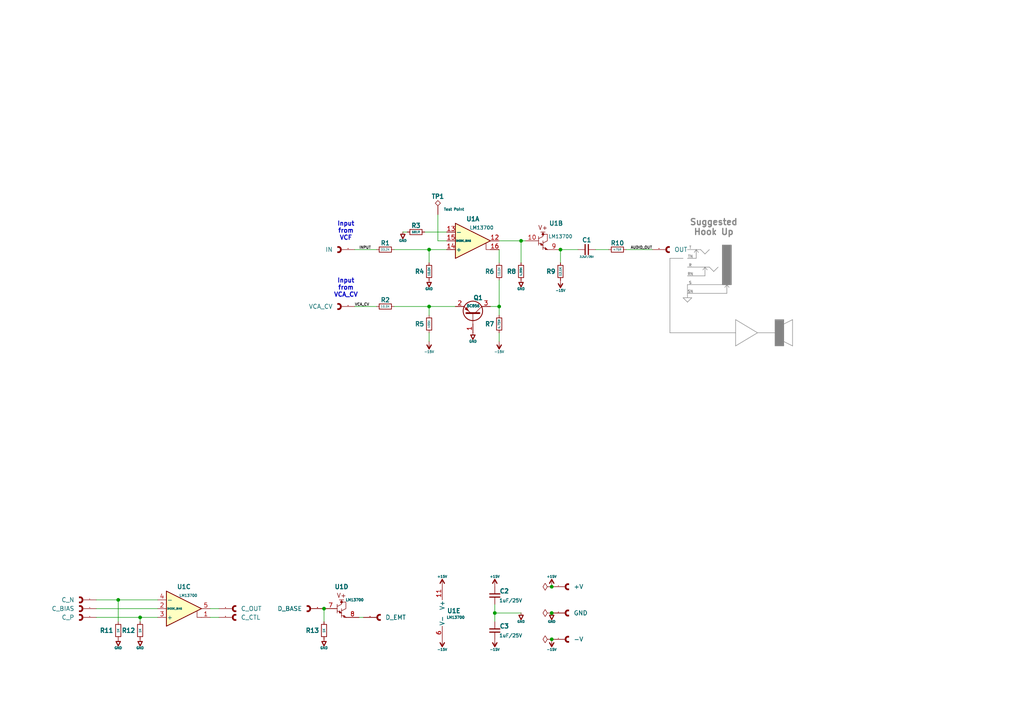
<source format=kicad_sch>
(kicad_sch (version 20250114) (generator "eeschema") (generator_version "9.0")
  (paper "A4")
  (title_block (title "Synth Chipz - VCA") (date "2025-11-26") (rev "A") (company "by Circuit Monkey") (comment 1 "Some portions based upon a Moog design."))
  (lib_symbols
    (symbol "Amplifier_Operational:LM13700" (pin_names (offset 0.127))
      (property "Reference" "U" (at 3.81 5.08 0))
      (property "Value" "LM13700" (at 5.08 -5.08 0))
      (symbol "LM13700_1_1"
        (polyline (pts (xy 3.81 -0.635) (xy 3.81 -2.54) (xy 5.08 -2.54)))
        (polyline (pts (xy 5.08 0) (xy -5.08 -5.08) (xy -5.08 5.08) (xy 5.08 0)) (stroke (width 0.254)) (fill (type background)))
        (pin input line (at -7.62 2.54 0) (length 2.54) (name "-") (number "13"))
        (pin input line (at -7.62 0 0) (length 2.54) (name "DIODE_BIAS") (number "15"))
        (pin input line (at -7.62 -2.54 0) (length 2.54) (name "+") (number "14"))
        (pin output line (at 7.62 0 180) (length 2.54) (name "~") (number "12"))
        (pin input line (at 7.62 -2.54 180) (length 2.54) (name "~") (number "16"))
      )
      (symbol "LM13700_2_0"
        (polyline (pts (xy -1.905 2.54) (xy -3.175 2.54)))
      )
      (symbol "LM13700_2_1"
        (polyline (pts (xy -3.81 1.27) (xy -3.81 -1.27)))
        (polyline (pts (xy -3.81 0.635) (xy -2.54 1.27) (xy -2.54 1.905) (xy -2.54 2.54)))
        (polyline (pts (xy -3.81 -0.635) (xy -2.54 -1.27)))
        (circle (center -2.54 1.905) (radius 0.254) (stroke (width 0.254)) (fill (type outline)))
        (polyline (pts (xy -2.54 0) (xy -2.54 -2.54)))
        (polyline (pts (xy -2.54 -0.635) (xy -1.27 0) (xy -1.27 1.905) (xy -2.54 1.905)))
        (polyline (pts (xy -2.54 -1.27) (xy -3.175 -0.635) (xy -3.175 -1.27) (xy -2.54 -1.27)) (fill (type outline)))
        (polyline (pts (xy -2.54 -1.905) (xy -1.27 -2.54)))
        (polyline (pts (xy -1.27 -2.54) (xy -1.905 -1.905) (xy -1.905 -2.54) (xy -1.27 -2.54)) (fill (type outline)))
        (text "V+" (at -2.54 3.81 0) (effects (font (size 1.27 1.27))))
        (pin input line (at -7.62 0 0) (length 3.81) (name "~") (number "10"))
        (pin output line (at 2.54 -2.54 180) (length 3.81) (name "~") (number "9"))
      )
      (symbol "LM13700_3_1"
        (polyline (pts (xy 3.81 -0.635) (xy 3.81 -2.54) (xy 5.08 -2.54)))
        (polyline (pts (xy 5.08 0) (xy -5.08 -5.08) (xy -5.08 5.08) (xy 5.08 0)) (stroke (width 0.254)) (fill (type background)))
        (pin input line (at -7.62 2.54 0) (length 2.54) (name "-") (number "4"))
        (pin input line (at -7.62 0 0) (length 2.54) (name "DIODE_BIAS") (number "2"))
        (pin input line (at -7.62 -2.54 0) (length 2.54) (name "+") (number "3"))
        (pin output line (at 7.62 0 180) (length 2.54) (name "~") (number "5"))
        (pin input line (at 7.62 -2.54 180) (length 2.54) (name "~") (number "1"))
      )
      (symbol "LM13700_4_0"
        (polyline (pts (xy -3.175 2.54) (xy -1.905 2.54)))
        (text "V+" (at -2.54 3.81 0) (effects (font (size 1.27 1.27))))
      )
      (symbol "LM13700_4_1"
        (polyline (pts (xy -3.81 1.27) (xy -3.81 -1.27)))
        (polyline (pts (xy -3.81 0.635) (xy -2.54 1.27) (xy -2.54 2.54)))
        (polyline (pts (xy -3.81 -0.635) (xy -2.54 -1.27)))
        (circle (center -2.54 1.905) (radius 0.254) (stroke (width 0.254)) (fill (type outline)))
        (polyline (pts (xy -2.54 0) (xy -2.54 -2.54)))
        (polyline (pts (xy -2.54 -0.635) (xy -1.27 0) (xy -1.27 1.905) (xy -2.54 1.905)))
        (polyline (pts (xy -2.54 -1.27) (xy -3.175 -0.635) (xy -3.175 -1.27) (xy -2.54 -1.27)) (fill (type outline)))
        (polyline (pts (xy -2.54 -1.905) (xy -1.27 -2.54)))
        (polyline (pts (xy -1.27 -2.54) (xy -1.905 -1.905) (xy -1.905 -2.54) (xy -1.27 -2.54)) (fill (type outline)))
        (pin input line (at -7.62 0 0) (length 3.81) (name "~") (number "7"))
        (pin output line (at 2.54 -2.54 180) (length 3.81) (name "~") (number "8"))
      )
      (symbol "LM13700_5_1"
        (pin power_in line (at -2.54 7.62 270) (length 3.81) (name "V+") (number "11"))
        (pin power_in line (at -2.54 -7.62 90) (length 3.81) (name "V-") (number "6"))
      )
    )
    (symbol "CM_Connector_Generic:cast-01" (in_bom no)
      (property "Reference" "CST" (at -5.08 0 0))
      (symbol "cast-01_1_1"
        (polyline (pts (xy -2.5 1) (xy -1.875 1) (xy -1.5 0.75) (xy -1.25 0.375) (xy -1.25 -0.375) (xy -1.5 -0.75) (xy -1.875 -1) (xy -2.5 -1) (xy -2.5 -0.5) (xy -2 -0.5) (xy -1.75 -0.25) (xy -1.75 0.25) (xy -2 0.5) (xy -2.5 0.5) (xy -2.5 1)) (stroke (width -0.0001) (color 194 0 0 1)) (fill (type color) (color 132 0 0 1)))
        (pin passive line (at 2.54 0 180) (length 3.81) (name "") (number "1"))
      )
    )
    (symbol "CM_Device:C" (pin_numbers (hide yes)) (pin_names (offset 0.254) (hide yes))
      (property "Reference" "C" (at 1.27 1.27 0))
      (property "Value" "xxuF" (at 1.2687 -1.4475 0))
      (symbol "C_1_1"
        (rectangle (start -1.6 0.633) (end 1.6 0.303) (stroke (width -0.0001)) (fill (type outline)))
        (rectangle (start -1.6 -0.3) (end 1.6 -0.63) (stroke (width -0.0001)) (fill (type outline)))
        (pin passive line (at 0 2.54 270) (length 2.032) (name "~") (number "1"))
        (pin passive line (at 0 -2.54 90) (length 2.032) (name "~") (number "2"))
      )
    )
    (symbol "CM_Device:R" (pin_numbers (hide yes)) (pin_names (offset 0.254) (hide yes))
      (property "Reference" "R" (at 1.875 0 90))
      (property "Value" "VAL" (at 0 0 90))
      (symbol "R_0_1"
        (rectangle (start -0.762 1.778) (end 0.762 -1.778) (stroke (width 0.2032)))
      )
      (symbol "R_1_1"
        (pin passive line (at 0 2.54 270) (length 0.762) (name "~") (number "1"))
        (pin passive line (at 0 -2.54 90) (length 0.762) (name "~") (number "2"))
      )
    )
    (symbol "CM_Transistors_FETs:BC856-SOT23" (pin_names (offset 0) (hide yes))
      (property "Reference" "Q" (at 5.08 1.905 0))
      (property "Value" "BC856" (at 5.08 0 0))
      (symbol "BC856-SOT23_0_1"
        (polyline (pts (xy -2.54 0) (xy 0.635 0)))
        (polyline (pts (xy 0.635 1.905) (xy 0.635 -1.905)) (stroke (width 0.508)))
        (polyline (pts (xy 0.635 0.635) (xy 2.54 2.54)))
        (polyline (pts (xy 0.635 -0.635) (xy 2.54 -2.54)))
        (circle (center 1.27 0) (radius 2.8194) (stroke (width 0.254)))
        (polyline (pts (xy 2.286 -1.778) (xy 1.778 -2.286) (xy 1.27 -1.27) (xy 2.286 -1.778)) (fill (type outline)))
      )
      (symbol "BC856-SOT23_1_1"
        (pin input line (at -5.08 0 0) (length 2.54) (name "B") (number "1"))
        (pin passive line (at 2.54 5.08 270) (length 2.54) (name "C") (number "3"))
        (pin passive line (at 2.54 -5.08 90) (length 2.54) (name "E") (number "2"))
      )
    )
    (symbol "CM_power:+15V" (power) (pin_numbers (hide yes)) (pin_names (offset 0) (hide yes))
      (property "Value" "+15V" (at 0 2.5 0))
      (symbol "+15V_0_1"
        (polyline (pts (xy -0.625 1) (xy 0 2.125) (xy 0.625 1)) (stroke (width 0.33)))
        (polyline (pts (xy 0 0) (xy 0 2)))
      )
      (symbol "+15V_1_1"
        (pin power_in line (at 0 0 90) (length 0) (name "~") (number "1"))
      )
    )
    (symbol "CM_power:-15V" (power) (pin_numbers (hide yes)) (pin_names (offset 0) (hide yes))
      (property "Value" "-15V" (at 0 2.5 0))
      (symbol "-15V_0_1"
        (polyline (pts (xy -0.625 1) (xy 0 2.125) (xy 0.625 1)) (stroke (width 0.33)))
        (polyline (pts (xy -0.125 1.625) (xy 0.125 1.625)) (stroke (width 0.09)))
        (polyline (pts (xy -0.125 1.375) (xy 0.125 1.375)) (stroke (width 0.09)))
        (polyline (pts (xy -0.125 1.125) (xy 0.125 1.125)) (stroke (width 0.09)))
        (polyline (pts (xy 0 0) (xy 0 2)))
      )
      (symbol "-15V_1_1"
        (pin power_in line (at 0 0 90) (length 0) (name "~") (number "1"))
      )
    )
    (symbol "CM_power:GND" (power) (pin_numbers (hide yes)) (pin_names (offset 0) (hide yes))
      (property "Value" "GND" (at 0 -2.1 0))
      (symbol "GND_0_1"
        (polyline (pts (xy 0 -0.625) (xy 0 0)))
        (polyline (pts (xy 0 -0.635) (xy 0.635 -0.635) (xy 0 -1.905) (xy -0.635 -0.635) (xy 0 -0.635)) (stroke (width 0.3)))
      )
      (symbol "GND_1_1"
        (pin power_in line (at 0 0 270) (length 0) (name "~") (number "1"))
      )
    )
    (symbol "Connector:TestPoint_Alt" (pin_numbers (hide yes)) (pin_names (offset 0.762) (hide yes))
      (property "Reference" "TP" (at 0 6.858 0))
      (property "Value" "TestPoint_Alt" (at 0 5.08 0))
      (symbol "TestPoint_Alt_0_1"
        (polyline (pts (xy 0 2.54) (xy -0.762 3.302) (xy 0 4.064) (xy 0.762 3.302) (xy 0 2.54)))
      )
      (symbol "TestPoint_Alt_1_1"
        (pin passive line (at 0 0 90) (length 2.54) (name "1") (number "1"))
      )
    )
    (symbol "power:PWR_FLAG" (power) (pin_numbers (hide yes)) (pin_names (offset 0) (hide yes))
      (property "Value" "PWR_FLAG" (at 0 3.81 0))
      (symbol "PWR_FLAG_0_0"
        (pin power_out line (at 0 0 90) (length 0) (name "~") (number "1"))
      )
      (symbol "PWR_FLAG_0_1"
        (polyline (pts (xy 0 0) (xy 0 1.27) (xy -1.016 1.905) (xy 0 2.54) (xy 1.016 1.905) (xy 0 1.27)))
      )
    )
  )
  (rectangle (start 209.55 71.12) (end 212.09 82.55) (stroke (width 0.254) (color 132 132 132 1)) (fill (type color) (color 132 132 132 1)))
  (rectangle (start 224.79 92.71) (end 227.33 100.33) (stroke (width 0) (color 132 132 132 1)) (fill (type color) (color 132 132 132 1)))
  (text "Input\nfrom\nVCF" (at 100.33 69.85 0) (effects (font (size 1.27 1.27) (thickness 0.254) (bold yes)) (justify bottom)))
  (text "T" (at 200.2085 71.9963 0) (effects (font (size 0.762 0.762))))
  (text "Input\nfrom\nVCA_CV" (at 100.33 86.36 0) (effects (font (size 1.27 1.27) (thickness 0.254) (bold yes)) (justify bottom)))
  (text "SN" (at 200.2503 84.7635 0) (effects (font (size 0.762 0.762))))
  (text "TN" (at 200.2503 74.6035 0) (effects (font (size 0.762 0.762))))
  (text "R" (at 200.2002 77.1389 0) (effects (font (size 0.762 0.762))))
  (text "RN" (at 200.2503 79.6835 0) (effects (font (size 0.762 0.762))))
  (text "S" (at 200.2002 82.2189 0) (effects (font (size 0.762 0.762))))
  (text "Suggested\nHook Up" (at 207.01 66.04 0) (effects (font (size 1.778 1.778) (thickness 0.3556) (bold yes))))
  (junction (at 34.29 173.99))
  (junction (at 124.46 88.9))
  (junction (at 160.02 177.8))
  (junction (at 162.56 72.39))
  (junction (at 160.02 170.18))
  (junction (at 124.46 72.39))
  (junction (at 160.02 185.42))
  (junction (at 144.78 88.9))
  (junction (at 151.13 69.85))
  (junction (at 143.51 177.8))
  (junction (at 40.64 179.07))
  (junction (at 93.98 176.53))
  (wire (pts (xy 143.51 175.26) (xy 143.51 177.8)))
  (wire (pts (xy 124.46 88.9) (xy 132.08 88.9)))
  (wire (pts (xy 60.96 179.07) (xy 63.5 179.07)))
  (polyline (pts (xy 204.47 77.47) (xy 205.1071 78.2702)) (stroke (width 0) (color 132 132 132 1)))
  (wire (pts (xy 45.72 173.99) (xy 34.29 173.99)))
  (polyline (pts (xy 201.93 72.39) (xy 202.5683 73.2227)) (stroke (width 0) (color 132 132 132 1)))
  (wire (pts (xy 143.51 177.8) (xy 143.51 180.34)))
  (wire (pts (xy 27.94 176.53) (xy 45.72 176.53)))
  (polyline (pts (xy 203.2 72.39) (xy 204.47 73.66)) (stroke (width 0) (color 132 132 132 1)))
  (polyline (pts (xy 199.39 85.09) (xy 210.82 85.09)) (stroke (width 0) (color 132 132 132 1)))
  (polyline (pts (xy 199.39 72.39) (xy 203.2 72.39)) (stroke (width 0) (color 132 132 132 1)))
  (wire (pts (xy 142.24 88.9) (xy 144.78 88.9)))
  (wire (pts (xy 127 62.23) (xy 127 69.85)))
  (wire (pts (xy 181.61 72.39) (xy 189.23 72.39)))
  (wire (pts (xy 102.87 72.39) (xy 109.22 72.39)))
  (wire (pts (xy 143.51 177.8) (xy 151.13 177.8)))
  (wire (pts (xy 102.87 88.9) (xy 109.22 88.9)))
  (polyline (pts (xy 210.82 82.55) (xy 210.82 85.09)) (stroke (width 0) (color 132 132 132 1)))
  (wire (pts (xy 144.78 88.9) (xy 144.78 91.44)))
  (polyline (pts (xy 199.39 74.93) (xy 201.93 74.93)) (stroke (width 0) (color 132 132 132 1)))
  (wire (pts (xy 151.13 69.85) (xy 151.13 76.2)))
  (wire (pts (xy 116.84 67.31) (xy 118.11 67.31)))
  (wire (pts (xy 93.98 176.53) (xy 93.98 180.34)))
  (wire (pts (xy 34.29 173.99) (xy 34.29 180.34)))
  (wire (pts (xy 124.46 88.9) (xy 124.46 91.44)))
  (polyline (pts (xy 227.33 99.06) (xy 229.87 100.33)) (stroke (width 0) (color 132 132 132 1)))
  (polyline (pts (xy 213.36 100.33) (xy 219.71 96.52)) (stroke (width 0) (color 132 132 132 1)))
  (polyline (pts (xy 210.82 82.55) (xy 211.4571 83.3502)) (stroke (width 0) (color 132 132 132 1)))
  (polyline (pts (xy 213.36 92.71) (xy 213.36 100.33)) (stroke (width 0) (color 132 132 132 1)))
  (wire (pts (xy 124.46 99.06) (xy 124.46 96.52)))
  (polyline (pts (xy 213.36 92.71) (xy 219.71 96.52)) (stroke (width 0) (color 132 132 132 1)))
  (polyline (pts (xy 198.12 86.36) (xy 200.66 86.36)) (stroke (width 0) (color 132 132 132 1)))
  (wire (pts (xy 40.64 180.34) (xy 40.64 179.07)))
  (polyline (pts (xy 207.01 78.74) (xy 208.28 77.47)) (stroke (width 0) (color 132 132 132 1)))
  (wire (pts (xy 129.54 69.85) (xy 127 69.85)))
  (polyline (pts (xy 198.12 86.36) (xy 199.39 87.63)) (stroke (width 0) (color 132 132 132 1)))
  (polyline (pts (xy 205.74 77.47) (xy 207.01 78.74)) (stroke (width 0) (color 132 132 132 1)))
  (wire (pts (xy 40.64 179.07) (xy 45.72 179.07)))
  (polyline (pts (xy 204.47 73.66) (xy 205.74 72.39)) (stroke (width 0) (color 132 132 132 1)))
  (polyline (pts (xy 199.39 77.47) (xy 205.74 77.47)) (stroke (width 0) (color 132 132 132 1)))
  (polyline (pts (xy 204.47 77.47) (xy 204.47 80.01)) (stroke (width 0) (color 132 132 132 1)))
  (polyline (pts (xy 194.31 96.52) (xy 213.36 96.52)) (stroke (width 0) (color 132 132 132 1)))
  (polyline (pts (xy 194.31 74.93) (xy 194.31 96.52)) (stroke (width 0) (color 132 132 132 1)))
  (polyline (pts (xy 199.39 82.55) (xy 209.55 82.55)) (stroke (width 0) (color 132 132 132 1)))
  (wire (pts (xy 144.78 96.52) (xy 144.78 99.06)))
  (wire (pts (xy 162.56 72.39) (xy 162.56 76.2)))
  (wire (pts (xy 151.13 69.85) (xy 152.4 69.85)))
  (wire (pts (xy 144.78 69.85) (xy 151.13 69.85)))
  (polyline (pts (xy 199.39 82.55) (xy 199.39 86.36)) (stroke (width 0) (color 132 132 132 1)))
  (polyline (pts (xy 227.33 93.98) (xy 229.87 92.71)) (stroke (width 0) (color 132 132 132 1)))
  (polyline (pts (xy 219.71 96.52) (xy 224.79 96.52)) (stroke (width 0) (color 132 132 132 1)))
  (polyline (pts (xy 201.3583 73.2093) (xy 201.93 72.39)) (stroke (width 0) (color 132 132 132 1)))
  (polyline (pts (xy 198.12 74.93) (xy 194.31 74.93)) (stroke (width 0) (color 132 132 132 1)))
  (polyline (pts (xy 210.2252 83.3706) (xy 210.82 82.55)) (stroke (width 0) (color 132 132 132 1)))
  (wire (pts (xy 27.94 173.99) (xy 34.29 173.99)))
  (polyline (pts (xy 199.39 87.63) (xy 200.66 86.36)) (stroke (width 0) (color 132 132 132 1)))
  (wire (pts (xy 144.78 81.28) (xy 144.78 88.9)))
  (polyline (pts (xy 201.93 72.39) (xy 201.93 74.93)) (stroke (width 0) (color 132 132 132 1)))
  (wire (pts (xy 123.19 67.31) (xy 129.54 67.31)))
  (wire (pts (xy 60.96 176.53) (xy 63.5 176.53)))
  (polyline (pts (xy 199.39 80.01) (xy 204.47 80.01)) (stroke (width 0) (color 132 132 132 1)))
  (wire (pts (xy 27.94 179.07) (xy 40.64 179.07)))
  (polyline (pts (xy 203.8752 78.2906) (xy 204.47 77.47)) (stroke (width 0) (color 132 132 132 1)))
  (wire (pts (xy 172.72 72.39) (xy 176.53 72.39)))
  (wire (pts (xy 104.14 179.07) (xy 105.41 179.07)))
  (wire (pts (xy 114.3 72.39) (xy 124.46 72.39)))
  (wire (pts (xy 124.46 72.39) (xy 124.46 76.2)))
  (wire (pts (xy 124.46 72.39) (xy 129.54 72.39)))
  (polyline (pts (xy 229.87 92.71) (xy 229.87 100.33)) (stroke (width 0) (color 132 132 132 1)))
  (wire (pts (xy 144.78 72.39) (xy 144.78 76.2)))
  (wire (pts (xy 162.56 72.39) (xy 167.64 72.39)))
  (wire (pts (xy 114.3 88.9) (xy 124.46 88.9)))
  (label "INPUT" (at 104.14 72.39 0) (effects (font (size 0.762 0.762))))
  (label "VCA_CV" (at 102.87 88.9 0) (effects (font (size 0.762 0.762))))
  (label "AUDIO_OUT" (at 182.88 72.39 0) (effects (font (size 0.762 0.762))))
  (symbol (lib_id "CM_Connector_Generic:cast-01") (at 100.33 88.9 0) (unit 1) (in_bom no)
    (property "Reference" "CST2" (effects (hide yes)))
    (property "Value" "VCA_CV" (at 96.52 88.9 0) (effects (justify right)))
    (property "Footprint" "CM_Connector_Castelated:cast-2.0-01P" (effects (hide yes)))
    (property "Description" "Castelated PCB Edge - 2.0mm - 1P" (effects (hide yes)))
  )
  (symbol (lib_id "CM_power:-15V") (at 160.02 185.42 180) (unit 1)
    (property "Reference" "#PWR016" (effects (hide yes)))
    (property "Value" "-15V" (at 160.02 187.92 0) (effects (font (size 0.7 0.7) (thickness 0.14) (bold yes)) (justify bottom)))
    (property "Description" "Power symbol creates a global label with name \"-15V\"" (effects (hide yes)))
  )
  (symbol (lib_id "CM_Connector_Generic:cast-01") (at 66.04 179.07 180) (unit 1) (in_bom no)
    (property "Reference" "CST8" (effects (hide yes)))
    (property "Value" "C_CTL" (at 69.85 179.07 0) (effects (justify right)))
    (property "Footprint" "CM_Connector_Castelated:cast-2.0-01P" (effects (hide yes)))
    (property "Description" "Castelated PCB Edge - 2.0mm - 1P" (effects (hide yes)))
  )
  (symbol (lib_id "CM_Device:C") (at 143.51 182.88 0) (unit 1)
    (property "Reference" "C3" (at 144.78 181.61 0) (effects (font (thickness 0.254) (bold yes)) (justify left)))
    (property "Value" "1uF/25V" (at 144.7787 184.3275 0) (effects (font (size 1 1)) (justify left)))
    (property "Footprint" "CM_Resistor_Capacitor:C_0603_1608Metric" (effects (hide yes)))
    (property "Description" "Unpolarized capacitor, small symbol" (effects (hide yes)))
  )
  (symbol (lib_id "Amplifier_Operational:LM13700") (at 160.02 69.85 0) (unit 2)
    (property "Reference" "U1" (at 161.29 64.77 0) (effects (font (thickness 0.254) (bold yes))))
    (property "Value" "LM13700" (at 162.56 68.58 0) (effects (font (size 1.016 1.016))))
    (property "Footprint" "CM_Chip_Packages:SO-16_3.9x9.9mm_P1.27mm" (effects (hide yes)))
    (property "Datasheet" "http://www.ti.com/lit/ds/symlink/lm13700.pdf" (effects (hide yes)))
    (property "Description" "Dual Operational Transconductance Amplifiers with Linearizing Diodes and Buffers, DIP-16/SOIC-16" (effects (hide yes)))
  )
  (symbol (lib_id "CM_Connector_Generic:cast-01") (at 191.77 72.39 0) (mirror y) (unit 1) (in_bom no)
    (property "Reference" "CST3" (effects (hide yes)))
    (property "Value" "OUT" (at 195.58 72.39 0) (effects (justify right)))
    (property "Footprint" "CM_Connector_Castelated:cast-2.0-01P" (effects (hide yes)))
    (property "Description" "Castelated PCB Edge - 2.0mm - 1P" (effects (hide yes)))
  )
  (symbol (lib_id "CM_Device:R") (at 179.07 72.39 90) (unit 1)
    (property "Reference" "R10" (at 179.07 70.515 90) (effects (font (thickness 0.254) (bold yes))))
    (property "Value" "475R" (at 179.07 72.39 90) (effects (font (size 0.6 0.6) (thickness 0.0875))))
    (property "Footprint" "CM_Resistor_Capacitor:R_0603_1608Metric" (effects (hide yes)))
    (property "Description" "Resistor, symbol" (effects (hide yes)))
  )
  (symbol (lib_id "power:PWR_FLAG") (at 160.02 177.8 90) (unit 1)
    (property "Reference" "#FLG02" (effects (hide yes)))
    (property "Value" "PWR_FLAG" (effects (hide yes)))
    (property "Description" "Special symbol for telling ERC where power comes from" (effects (hide yes)))
  )
  (symbol (lib_id "CM_Device:R") (at 144.78 78.74 180) (unit 1)
    (property "Reference" "R6" (at 143.51 78.74 0) (effects (font (thickness 0.254) (bold yes)) (justify left)))
    (property "Value" "10.0K" (at 144.78 78.74 90) (effects (font (size 0.6 0.6) (thickness 0.0875))))
    (property "Footprint" "CM_Resistor_Capacitor:R_0603_1608Metric" (effects (hide yes)))
    (property "Description" "Resistor, symbol" (effects (hide yes)))
  )
  (symbol (lib_id "CM_power:GND") (at 137.16 96.52 0) (unit 1)
    (property "Reference" "#PWR04" (effects (hide yes)))
    (property "Value" "GND" (at 137.16 98.62 0) (effects (font (size 0.7 0.7)) (justify top)))
    (property "Description" "Power symbol creates a global label with name \"GND\" , ground" (effects (hide yes)))
  )
  (symbol (lib_id "CM_Connector_Generic:cast-01") (at 25.4 176.53 0) (unit 1) (in_bom no)
    (property "Reference" "CST5" (effects (hide yes)))
    (property "Value" "C_BIAS" (at 21.59 176.53 0) (effects (justify right)))
    (property "Footprint" "CM_Connector_Castelated:cast-2.0-01P" (effects (hide yes)))
    (property "Description" "Castelated PCB Edge - 2.0mm - 1P" (effects (hide yes)))
  )
  (symbol (lib_id "CM_power:+15V") (at 143.51 170.18 0) (unit 1)
    (property "Reference" "#PWR013" (effects (hide yes)))
    (property "Value" "+15V" (at 143.51 167.68 0) (effects (font (size 0.7 0.7) (thickness 0.14) (bold yes)) (justify bottom)))
    (property "Description" "Power symbol creates a global label with name \"+15V\"" (effects (hide yes)))
  )
  (symbol (lib_id "CM_Connector_Generic:cast-01") (at 91.44 176.53 0) (unit 1) (in_bom no)
    (property "Reference" "CST9" (effects (hide yes)))
    (property "Value" "D_BASE" (at 87.63 176.53 0) (effects (justify right)))
    (property "Footprint" "CM_Connector_Castelated:cast-2.0-01P" (effects (hide yes)))
    (property "Description" "Castelated PCB Edge - 2.0mm - 1P" (effects (hide yes)))
  )
  (symbol (lib_id "CM_Connector_Generic:cast-01") (at 25.4 179.07 0) (unit 1) (in_bom no)
    (property "Reference" "CST6" (effects (hide yes)))
    (property "Value" "C_P" (at 21.59 179.07 0) (effects (justify right)))
    (property "Footprint" "CM_Connector_Castelated:cast-2.0-01P" (effects (hide yes)))
    (property "Description" "Castelated PCB Edge - 2.0mm - 1P" (effects (hide yes)))
  )
  (symbol (lib_id "CM_power:-15V") (at 144.78 99.06 180) (unit 1)
    (property "Reference" "#PWR05" (effects (hide yes)))
    (property "Value" "-15V" (at 144.78 101.56 0) (effects (font (size 0.7 0.7) (thickness 0.14) (bold yes)) (justify bottom)))
    (property "Description" "Power symbol creates a global label with name \"-15V\"" (effects (hide yes)))
  )
  (symbol (lib_id "CM_Device:R") (at 111.76 72.39 90) (unit 1)
    (property "Reference" "R1" (at 111.76 70.515 90) (effects (font (thickness 0.254) (bold yes))))
    (property "Value" "33.2K" (at 111.76 72.39 90) (effects (font (size 0.6 0.6) (thickness 0.0875))))
    (property "Footprint" "CM_Resistor_Capacitor:R_0603_1608Metric" (effects (hide yes)))
    (property "Description" "Resistor, symbol" (effects (hide yes)))
  )
  (symbol (lib_id "CM_Connector_Generic:cast-01") (at 25.4 173.99 0) (unit 1) (in_bom no)
    (property "Reference" "CST4" (effects (hide yes)))
    (property "Value" "C_N" (at 21.59 173.99 0) (effects (justify right)))
    (property "Footprint" "CM_Connector_Castelated:cast-2.0-01P" (effects (hide yes)))
    (property "Description" "Castelated PCB Edge - 2.0mm - 1P" (effects (hide yes)))
  )
  (symbol (lib_id "CM_power:-15V") (at 128.27 185.42 180) (unit 1)
    (property "Reference" "#PWR012" (effects (hide yes)))
    (property "Value" "-15V" (at 128.27 187.92 0) (effects (font (size 0.7 0.7) (thickness 0.14) (bold yes)) (justify bottom)))
    (property "Description" "Power symbol creates a global label with name \"-15V\"" (effects (hide yes)))
  )
  (symbol (lib_id "CM_Connector_Generic:cast-01") (at 162.56 177.8 0) (mirror y) (unit 1) (in_bom no)
    (property "Reference" "CST12" (effects (hide yes)))
    (property "Value" "GND" (at 166.37 177.8 0) (effects (justify right)))
    (property "Footprint" "CM_Connector_Castelated:cast-2.0-01P" (effects (hide yes)))
    (property "Description" "Castelated PCB Edge - 2.0mm - 1P" (effects (hide yes)))
  )
  (symbol (lib_id "CM_power:+15V") (at 128.27 170.18 0) (unit 1)
    (property "Reference" "#PWR011" (effects (hide yes)))
    (property "Value" "+15V" (at 128.27 167.68 0) (effects (font (size 0.7 0.7) (thickness 0.14) (bold yes)) (justify bottom)))
    (property "Description" "Power symbol creates a global label with name \"+15V\"" (effects (hide yes)))
  )
  (symbol (lib_id "CM_Device:C") (at 143.51 172.72 0) (unit 1)
    (property "Reference" "C2" (at 144.78 171.45 0) (effects (font (thickness 0.254) (bold yes)) (justify left)))
    (property "Value" "1uF/25V" (at 144.7787 174.1675 0) (effects (font (size 1 1)) (justify left)))
    (property "Footprint" "CM_Resistor_Capacitor:C_0603_1608Metric" (effects (hide yes)))
    (property "Description" "Unpolarized capacitor, small symbol" (effects (hide yes)))
  )
  (symbol (lib_id "CM_Connector_Generic:cast-01") (at 162.56 170.18 0) (mirror y) (unit 1) (in_bom no)
    (property "Reference" "CST11" (effects (hide yes)))
    (property "Value" "+V" (at 166.37 170.18 0) (effects (justify right)))
    (property "Footprint" "CM_Connector_Castelated:cast-2.0-01P" (effects (hide yes)))
    (property "Description" "Castelated PCB Edge - 2.0mm - 1P" (effects (hide yes)))
  )
  (symbol (lib_id "CM_power:-15V") (at 143.51 185.42 180) (unit 1)
    (property "Reference" "#PWR014" (effects (hide yes)))
    (property "Value" "-15V" (at 143.51 187.92 0) (effects (font (size 0.7 0.7) (thickness 0.14) (bold yes)) (justify bottom)))
    (property "Description" "Power symbol creates a global label with name \"-15V\"" (effects (hide yes)))
  )
  (symbol (lib_id "Connector:TestPoint_Alt") (at 127 62.23 0) (unit 1)
    (property "Reference" "TP1" (at 126.9926 57.826 0) (effects (font (thickness 0.254) (bold yes)) (justify bottom)))
    (property "Value" "Test Point" (at 128.7039 60.695 0) (effects (font (size 0.762 0.762)) (justify left)))
    (property "Footprint" "TestPoint:TestPoint_Pad_D1.5mm" (effects (hide yes)))
    (property "Description" "test point (alternative shape)" (effects (hide yes)))
  )
  (symbol (lib_id "CM_power:GND") (at 151.13 177.8 0) (unit 1)
    (property "Reference" "#PWR015" (effects (hide yes)))
    (property "Value" "GND" (at 151.13 179.9 0) (effects (font (size 0.7 0.7)) (justify top)))
    (property "Description" "Power symbol creates a global label with name \"GND\" , ground" (effects (hide yes)))
  )
  (symbol (lib_id "CM_Connector_Generic:cast-01") (at 162.56 185.42 0) (mirror y) (unit 1) (in_bom no)
    (property "Reference" "CST13" (effects (hide yes)))
    (property "Value" "-V" (at 166.37 185.42 0) (effects (justify right)))
    (property "Footprint" "CM_Connector_Castelated:cast-2.0-01P" (effects (hide yes)))
    (property "Description" "Castelated PCB Edge - 2.0mm - 1P" (effects (hide yes)))
  )
  (symbol (lib_id "Amplifier_Operational:LM13700") (at 101.6 176.53 0) (unit 4)
    (property "Reference" "U1" (at 99.06 170.18 0) (effects (font (thickness 0.254) (bold yes))))
    (property "Value" "LM13700" (at 102.87 173.99 0) (effects (font (size 0.762 0.762))))
    (property "Footprint" "CM_Chip_Packages:SO-16_3.9x9.9mm_P1.27mm" (effects (hide yes)))
    (property "Datasheet" "http://www.ti.com/lit/ds/symlink/lm13700.pdf" (effects (hide yes)))
    (property "Description" "Dual Operational Transconductance Amplifiers with Linearizing Diodes and Buffers, DIP-16/SOIC-16" (effects (hide yes)))
  )
  (symbol (lib_id "CM_Device:R") (at 40.64 182.88 180) (unit 1)
    (property "Reference" "R12" (at 39.37 182.88 0) (effects (font (thickness 0.254) (bold yes)) (justify left)))
    (property "Value" "1K" (at 40.64 182.88 90) (effects (font (size 0.6 0.6) (thickness 0.0875))))
    (property "Footprint" "CM_Resistor_Capacitor:R_0603_1608Metric" (effects (hide yes)))
    (property "Description" "Resistor, symbol" (effects (hide yes)))
  )
  (symbol (lib_id "CM_power:GND") (at 160.02 177.8 0) (unit 1)
    (property "Reference" "#PWR018" (effects (hide yes)))
    (property "Value" "GND" (at 160.02 179.9 0) (effects (font (size 0.7 0.7)) (justify top)))
    (property "Description" "Power symbol creates a global label with name \"GND\" , ground" (effects (hide yes)))
  )
  (symbol (lib_id "Amplifier_Operational:LM13700") (at 53.34 176.53 0) (unit 3)
    (property "Reference" "U1" (at 53.34 170.18 0) (effects (font (thickness 0.254) (bold yes))))
    (property "Value" "LM13700" (at 54.61 172.72 0) (effects (font (size 0.762 0.762))))
    (property "Footprint" "CM_Chip_Packages:SO-16_3.9x9.9mm_P1.27mm" (effects (hide yes)))
    (property "Datasheet" "http://www.ti.com/lit/ds/symlink/lm13700.pdf" (effects (hide yes)))
    (property "Description" "Dual Operational Transconductance Amplifiers with Linearizing Diodes and Buffers, DIP-16/SOIC-16" (effects (hide yes)))
  )
  (symbol (lib_id "CM_Device:C") (at 170.18 72.39 90) (unit 1)
    (property "Reference" "C1" (at 170.1763 70.4566 90) (effects (font (thickness 0.254) (bold yes)) (justify top)))
    (property "Value" "2.2uF/25V" (at 170.1737 74.1897 90) (effects (font (size 0.508 0.508)) (justify bottom)))
    (property "Footprint" "CM_Resistor_Capacitor:C_0603_1608Metric" (effects (hide yes)))
    (property "Description" "Unpolarized capacitor, small symbol" (effects (hide yes)))
  )
  (symbol (lib_id "CM_power:GND") (at 151.13 81.28 0) (unit 1)
    (property "Reference" "#PWR06" (effects (hide yes)))
    (property "Value" "GND" (at 151.13 83.38 0) (effects (font (size 0.7 0.7)) (justify top)))
    (property "Description" "Power symbol creates a global label with name \"GND\" , ground" (effects (hide yes)))
  )
  (symbol (lib_id "CM_power:GND") (at 34.29 185.42 0) (unit 1)
    (property "Reference" "#PWR08" (effects (hide yes)))
    (property "Value" "GND" (at 34.29 187.52 0) (effects (font (size 0.7 0.7)) (justify top)))
    (property "Description" "Power symbol creates a global label with name \"GND\" , ground" (effects (hide yes)))
  )
  (symbol (lib_id "CM_power:GND") (at 40.64 185.42 0) (unit 1)
    (property "Reference" "#PWR09" (effects (hide yes)))
    (property "Value" "GND" (at 40.64 187.52 0) (effects (font (size 0.7 0.7)) (justify top)))
    (property "Description" "Power symbol creates a global label with name \"GND\" , ground" (effects (hide yes)))
  )
  (symbol (lib_id "CM_Device:R") (at 120.65 67.31 90) (unit 1)
    (property "Reference" "R3" (at 120.65 65.435 90) (effects (font (thickness 0.254) (bold yes))))
    (property "Value" "681R" (at 120.65 67.31 90) (effects (font (size 0.6 0.6) (thickness 0.0875))))
    (property "Footprint" "CM_Resistor_Capacitor:R_0603_1608Metric" (effects (hide yes)))
    (property "Description" "Resistor, symbol" (effects (hide yes)))
  )
  (symbol (lib_id "CM_power:-15V") (at 162.56 81.28 180) (unit 1)
    (property "Reference" "#PWR07" (effects (hide yes)))
    (property "Value" "-15V" (at 162.56 83.78 0) (effects (font (size 0.7 0.7) (thickness 0.14) (bold yes)) (justify bottom)))
    (property "Description" "Power symbol creates a global label with name \"-15V\"" (effects (hide yes)))
  )
  (symbol (lib_id "CM_Connector_Generic:cast-01") (at 66.04 176.53 180) (unit 1) (in_bom no)
    (property "Reference" "CST7" (effects (hide yes)))
    (property "Value" "C_OUT" (at 69.85 176.53 0) (effects (justify right)))
    (property "Footprint" "CM_Connector_Castelated:cast-2.0-01P" (effects (hide yes)))
    (property "Description" "Castelated PCB Edge - 2.0mm - 1P" (effects (hide yes)))
  )
  (symbol (lib_id "CM_power:GND") (at 116.84 67.31 0) (unit 1)
    (property "Reference" "#PWR01" (effects (hide yes)))
    (property "Value" "GND" (at 116.84 69.41 0) (effects (font (size 0.7 0.7)) (justify top)))
    (property "Description" "Power symbol creates a global label with name \"GND\" , ground" (effects (hide yes)))
  )
  (symbol (lib_id "CM_power:GND") (at 124.46 81.28 0) (unit 1)
    (property "Reference" "#PWR02" (effects (hide yes)))
    (property "Value" "GND" (at 124.46 83.38 0) (effects (font (size 0.7 0.7)) (justify top)))
    (property "Description" "Power symbol creates a global label with name \"GND\" , ground" (effects (hide yes)))
  )
  (symbol (lib_id "CM_power:+15V") (at 160.02 170.18 0) (unit 1)
    (property "Reference" "#PWR017" (effects (hide yes)))
    (property "Value" "+15V" (at 160.02 167.68 0) (effects (font (size 0.7 0.7) (thickness 0.14) (bold yes)) (justify bottom)))
    (property "Description" "Power symbol creates a global label with name \"+15V\"" (effects (hide yes)))
  )
  (symbol (lib_id "CM_power:-15V") (at 124.46 99.06 180) (unit 1)
    (property "Reference" "#PWR03" (effects (hide yes)))
    (property "Value" "-15V" (at 124.46 101.56 0) (effects (font (size 0.7 0.7) (thickness 0.14) (bold yes)) (justify bottom)))
    (property "Description" "Power symbol creates a global label with name \"-15V\"" (effects (hide yes)))
  )
  (symbol (lib_id "CM_Transistors_FETs:BC856-SOT23") (at 137.16 91.44 270) (mirror x) (unit 1)
    (property "Reference" "Q1" (at 137.16 86.36 90) (effects (font (thickness 0.254) (bold yes)) (justify left)))
    (property "Value" "BC856" (at 137.2483 88.717 90) (effects (font (size 0.762 0.762))))
    (property "Footprint" "CM_Chip_Packages:SOT-23" (effects (hide yes)))
    (property "Datasheet" "https://www.onsemi.com/pub/Collateral/BC860-D.pdf" (effects (hide yes)))
    (property "Description" "0.1A Ic, 65V Vce, PNP Transistor, SOT-23" (effects (hide yes)))
  )
  (symbol (lib_id "power:PWR_FLAG") (at 160.02 185.42 90) (unit 1)
    (property "Reference" "#FLG03" (effects (hide yes)))
    (property "Value" "PWR_FLAG" (effects (hide yes)))
    (property "Description" "Special symbol for telling ERC where power comes from" (effects (hide yes)))
  )
  (symbol (lib_id "CM_power:GND") (at 93.98 185.42 0) (unit 1)
    (property "Reference" "#PWR010" (effects (hide yes)))
    (property "Value" "GND" (at 93.98 187.52 0) (effects (font (size 0.7 0.7)) (justify top)))
    (property "Description" "Power symbol creates a global label with name \"GND\" , ground" (effects (hide yes)))
  )
  (symbol (lib_id "CM_Device:R") (at 93.98 182.88 180) (unit 1)
    (property "Reference" "R13" (at 92.71 182.88 0) (effects (font (thickness 0.254) (bold yes)) (justify left)))
    (property "Value" "1K" (at 93.98 182.88 90) (effects (font (size 0.6 0.6) (thickness 0.0875))))
    (property "Footprint" "CM_Resistor_Capacitor:R_0603_1608Metric" (effects (hide yes)))
    (property "Description" "Resistor, symbol" (effects (hide yes)))
  )
  (symbol (lib_id "CM_Device:R") (at 151.13 78.74 180) (unit 1)
    (property "Reference" "R8" (at 149.86 78.74 0) (effects (font (thickness 0.254) (bold yes)) (justify left)))
    (property "Value" "4.99K" (at 151.13 78.74 90) (effects (font (size 0.6 0.6) (thickness 0.0875))))
    (property "Footprint" "CM_Resistor_Capacitor:R_0603_1608Metric" (effects (hide yes)))
    (property "Description" "Resistor, symbol" (effects (hide yes)))
  )
  (symbol (lib_id "Amplifier_Operational:LM13700") (at 130.81 177.8 0) (unit 5)
    (property "Reference" "U1" (at 129.54 177.1649 0) (effects (font (thickness 0.254) (bold yes)) (justify left)))
    (property "Value" "LM13700" (at 129.54 179.07 0) (effects (font (size 0.762 0.762)) (justify left)))
    (property "Footprint" "CM_Chip_Packages:SO-16_3.9x9.9mm_P1.27mm" (effects (hide yes)))
    (property "Datasheet" "http://www.ti.com/lit/ds/symlink/lm13700.pdf" (effects (hide yes)))
    (property "Description" "Dual Operational Transconductance Amplifiers with Linearizing Diodes and Buffers, DIP-16/SOIC-16" (effects (hide yes)))
  )
  (symbol (lib_id "CM_Device:R") (at 162.56 78.74 180) (unit 1)
    (property "Reference" "R9" (at 161.29 78.74 0) (effects (font (thickness 0.254) (bold yes)) (justify left)))
    (property "Value" "12.1K" (at 162.56 78.74 90) (effects (font (size 0.6 0.6) (thickness 0.0875))))
    (property "Footprint" "CM_Resistor_Capacitor:R_0603_1608Metric" (effects (hide yes)))
    (property "Description" "Resistor, symbol" (effects (hide yes)))
  )
  (symbol (lib_id "CM_Connector_Generic:cast-01") (at 107.95 179.07 180) (unit 1) (in_bom no)
    (property "Reference" "CST10" (effects (hide yes)))
    (property "Value" "D_EMT" (at 111.76 179.07 0) (effects (justify right)))
    (property "Footprint" "CM_Connector_Castelated:cast-2.0-01P" (effects (hide yes)))
    (property "Description" "Castelated PCB Edge - 2.0mm - 1P" (effects (hide yes)))
  )
  (symbol (lib_id "Amplifier_Operational:LM13700") (at 137.16 69.85 0) (unit 1)
    (property "Reference" "U1" (at 137.16 63.5 0) (effects (font (thickness 0.254) (bold yes))))
    (property "Value" "LM13700" (at 139.7 66.04 0) (effects (font (size 1.016 1.016))))
    (property "Footprint" "CM_Chip_Packages:SO-16_3.9x9.9mm_P1.27mm" (effects (hide yes)))
    (property "Datasheet" "http://www.ti.com/lit/ds/symlink/lm13700.pdf" (effects (hide yes)))
    (property "Description" "Dual Operational Transconductance Amplifiers with Linearizing Diodes and Buffers, DIP-16/SOIC-16" (effects (hide yes)))
  )
  (symbol (lib_id "CM_Device:R") (at 111.76 88.9 90) (unit 1)
    (property "Reference" "R2" (at 111.76 87.025 90) (effects (font (thickness 0.254) (bold yes))))
    (property "Value" "10.0K" (at 111.76 88.9 90) (effects (font (size 0.6 0.6) (thickness 0.0875))))
    (property "Footprint" "CM_Resistor_Capacitor:R_0603_1608Metric" (effects (hide yes)))
    (property "Description" "Resistor, symbol" (effects (hide yes)))
  )
  (symbol (lib_id "CM_Device:R") (at 124.46 78.74 180) (unit 1)
    (property "Reference" "R4" (at 123.19 78.74 0) (effects (font (thickness 0.254) (bold yes)) (justify left)))
    (property "Value" "10.0K" (at 124.46 78.74 90) (effects (font (size 0.6 0.6) (thickness 0.0875))))
    (property "Footprint" "CM_Resistor_Capacitor:R_0603_1608Metric" (effects (hide yes)))
    (property "Description" "Resistor, symbol" (effects (hide yes)))
  )
  (symbol (lib_id "power:PWR_FLAG") (at 160.02 170.18 90) (unit 1)
    (property "Reference" "#FLG01" (effects (hide yes)))
    (property "Value" "PWR_FLAG" (effects (hide yes)))
    (property "Description" "Special symbol for telling ERC where power comes from" (effects (hide yes)))
  )
  (symbol (lib_id "CM_Device:R") (at 34.29 182.88 180) (unit 1)
    (property "Reference" "R11" (at 33.02 182.88 0) (effects (font (thickness 0.254) (bold yes)) (justify left)))
    (property "Value" "1K" (at 34.29 182.88 90) (effects (font (size 0.6 0.6) (thickness 0.0875))))
    (property "Footprint" "CM_Resistor_Capacitor:R_0603_1608Metric" (effects (hide yes)))
    (property "Description" "Resistor, symbol" (effects (hide yes)))
  )
  (symbol (lib_id "CM_Device:R") (at 144.78 93.98 180) (unit 1)
    (property "Reference" "R7" (at 143.51 93.98 0) (effects (font (thickness 0.254) (bold yes)) (justify left)))
    (property "Value" "4.75M" (at 144.78 93.98 90) (effects (font (size 0.6 0.6) (thickness 0.0875))))
    (property "Footprint" "CM_Resistor_Capacitor:R_0603_1608Metric" (effects (hide yes)))
    (property "Description" "Resistor, symbol" (effects (hide yes)))
  )
  (symbol (lib_id "CM_Device:R") (at 124.46 93.98 180) (unit 1)
    (property "Reference" "R5" (at 123.19 93.98 0) (effects (font (thickness 0.254) (bold yes)) (justify left)))
    (property "Value" "499K" (at 124.46 93.98 90) (effects (font (size 0.6 0.6) (thickness 0.0875))))
    (property "Footprint" "CM_Resistor_Capacitor:R_0603_1608Metric" (effects (hide yes)))
    (property "Description" "Resistor, symbol" (effects (hide yes)))
  )
  (symbol (lib_id "CM_Connector_Generic:cast-01") (at 100.33 72.39 0) (unit 1) (in_bom no)
    (property "Reference" "CST1" (effects (hide yes)))
    (property "Value" "IN" (at 96.52 72.39 0) (effects (justify right)))
    (property "Footprint" "CM_Connector_Castelated:cast-2.0-01P" (effects (hide yes)))
    (property "Description" "Castelated PCB Edge - 2.0mm - 1P" (effects (hide yes)))
  )
)
</source>
